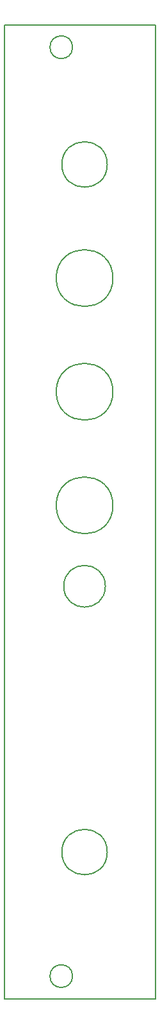
<source format=gko>
G04 #@! TF.GenerationSoftware,KiCad,Pcbnew,5.1.7-a382d34a8~87~ubuntu18.04.1*
G04 #@! TF.CreationDate,2021-01-14T14:29:35+00:00*
G04 #@! TF.ProjectId,4hp-vco-panel,3468702d-7663-46f2-9d70-616e656c2e6b,rev?*
G04 #@! TF.SameCoordinates,Original*
G04 #@! TF.FileFunction,Profile,NP*
%FSLAX46Y46*%
G04 Gerber Fmt 4.6, Leading zero omitted, Abs format (unit mm)*
G04 Created by KiCad (PCBNEW 5.1.7-a382d34a8~87~ubuntu18.04.1) date 2021-01-14 14:29:35*
%MOMM*%
%LPD*%
G01*
G04 APERTURE LIST*
G04 #@! TA.AperFunction,Profile*
%ADD10C,0.200000*%
G04 #@! TD*
G04 APERTURE END LIST*
D10*
X100812480Y-89896661D02*
G75*
G03*
X100812480Y-89896661I-3750000J0D01*
G01*
X86480480Y-154978660D02*
X86480480Y-26578660D01*
X100812480Y-74910660D02*
G75*
G03*
X100812480Y-74910660I-3750000J0D01*
G01*
X100062480Y-44938660D02*
G75*
G03*
X100062480Y-44938660I-3000000J0D01*
G01*
X100812480Y-59924660D02*
G75*
G03*
X100812480Y-59924660I-3750000J0D01*
G01*
X100062480Y-135617660D02*
G75*
G03*
X100062480Y-135617660I-3000000J0D01*
G01*
X95480480Y-151978660D02*
G75*
G03*
X95480480Y-151978660I-1500000J0D01*
G01*
X99812480Y-100564660D02*
G75*
G03*
X99812480Y-100564660I-2750000J0D01*
G01*
X95480480Y-29478660D02*
G75*
G03*
X95480480Y-29478660I-1500000J0D01*
G01*
X106460480Y-154978660D02*
X86480480Y-154978660D01*
X86480480Y-26578660D02*
X106460480Y-26578660D01*
X106460480Y-26578660D02*
X106460480Y-154978660D01*
M02*

</source>
